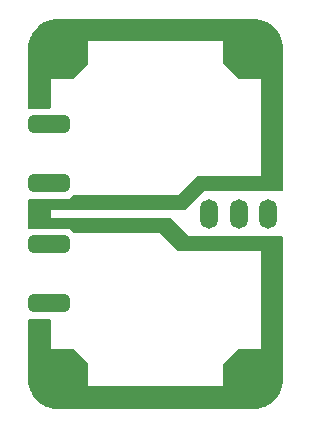
<source format=gbr>
%TF.GenerationSoftware,KiCad,Pcbnew,7.0.6*%
%TF.CreationDate,2023-10-21T15:53:08+08:00*%
%TF.ProjectId,AudioPlug2SMA_M1V1,41756469-6f50-46c7-9567-32534d415f4d,rev?*%
%TF.SameCoordinates,Original*%
%TF.FileFunction,Soldermask,Bot*%
%TF.FilePolarity,Negative*%
%FSLAX46Y46*%
G04 Gerber Fmt 4.6, Leading zero omitted, Abs format (unit mm)*
G04 Created by KiCad (PCBNEW 7.0.6) date 2023-10-21 15:53:08*
%MOMM*%
%LPD*%
G01*
G04 APERTURE LIST*
G04 Aperture macros list*
%AMRoundRect*
0 Rectangle with rounded corners*
0 $1 Rounding radius*
0 $2 $3 $4 $5 $6 $7 $8 $9 X,Y pos of 4 corners*
0 Add a 4 corners polygon primitive as box body*
4,1,4,$2,$3,$4,$5,$6,$7,$8,$9,$2,$3,0*
0 Add four circle primitives for the rounded corners*
1,1,$1+$1,$2,$3*
1,1,$1+$1,$4,$5*
1,1,$1+$1,$6,$7*
1,1,$1+$1,$8,$9*
0 Add four rect primitives between the rounded corners*
20,1,$1+$1,$2,$3,$4,$5,0*
20,1,$1+$1,$4,$5,$6,$7,0*
20,1,$1+$1,$6,$7,$8,$9,0*
20,1,$1+$1,$8,$9,$2,$3,0*%
G04 Aperture macros list end*
%ADD10C,4.400000*%
%ADD11O,1.500000X2.500000*%
%ADD12RoundRect,0.375000X-1.375000X-0.375000X1.375000X-0.375000X1.375000X0.375000X-1.375000X0.375000X0*%
G04 APERTURE END LIST*
D10*
%TO.C,REF\u002A\u002A*%
X83820000Y-87630000D03*
%TD*%
%TO.C,REF\u002A\u002A*%
X100330000Y-87630000D03*
%TD*%
%TO.C,REF\u002A\u002A*%
X100330000Y-115570000D03*
%TD*%
D11*
%TO.C,J3*%
X99100000Y-101600000D03*
X101600000Y-101600000D03*
X96600000Y-101600000D03*
%TD*%
D12*
%TO.C,J2*%
X83030000Y-104180000D03*
X83030000Y-109180000D03*
%TD*%
D10*
%TO.C,REF\u002A\u002A*%
X83820000Y-115570000D03*
%TD*%
D12*
%TO.C,J1*%
X83030000Y-94020000D03*
X83030000Y-99020000D03*
%TD*%
G36*
X93360677Y-101937185D02*
G01*
X93381319Y-101953819D01*
X94932500Y-103505000D01*
X102746000Y-103505000D01*
X102813039Y-103524685D01*
X102858794Y-103577489D01*
X102870000Y-103629000D01*
X102870000Y-104901000D01*
X102850315Y-104968039D01*
X102797511Y-105013794D01*
X102746000Y-105025000D01*
X101089000Y-105025000D01*
X101021961Y-105005315D01*
X100976206Y-104952511D01*
X100965000Y-104901000D01*
X100965000Y-104775000D01*
X94031362Y-104775000D01*
X93964323Y-104755315D01*
X93943681Y-104738681D01*
X92392500Y-103187500D01*
X85141362Y-103187500D01*
X85074323Y-103167815D01*
X85053681Y-103151181D01*
X84876319Y-102973819D01*
X84842834Y-102912496D01*
X84840000Y-102886138D01*
X84840000Y-102041500D01*
X84859685Y-101974461D01*
X84912489Y-101928706D01*
X84964000Y-101917500D01*
X93293638Y-101917500D01*
X93360677Y-101937185D01*
G37*
G36*
X98618039Y-98444685D02*
G01*
X98663794Y-98497489D01*
X98675000Y-98549000D01*
X98675000Y-99571000D01*
X98655315Y-99638039D01*
X98602511Y-99683794D01*
X98551000Y-99695000D01*
X96202499Y-99695000D01*
X94651319Y-101246181D01*
X94589996Y-101279666D01*
X94563638Y-101282500D01*
X84964000Y-101282500D01*
X84896961Y-101262815D01*
X84851206Y-101210011D01*
X84840000Y-101158500D01*
X84840000Y-100313862D01*
X84859685Y-100246823D01*
X84876319Y-100226181D01*
X85053681Y-100048819D01*
X85115004Y-100015334D01*
X85141362Y-100012500D01*
X93980000Y-100012500D01*
X93980000Y-100012499D01*
X95531181Y-98461319D01*
X95592504Y-98427834D01*
X95618862Y-98425000D01*
X98551000Y-98425000D01*
X98618039Y-98444685D01*
G37*
G36*
X100331866Y-85090113D02*
G01*
X100632416Y-85108292D01*
X100639855Y-85109196D01*
X100934174Y-85163133D01*
X100941450Y-85164926D01*
X101227106Y-85253939D01*
X101234113Y-85256597D01*
X101506974Y-85379402D01*
X101513609Y-85382885D01*
X101769671Y-85537678D01*
X101775839Y-85541935D01*
X102011380Y-85726470D01*
X102016989Y-85731439D01*
X102228560Y-85943010D01*
X102233529Y-85948619D01*
X102418064Y-86184160D01*
X102422321Y-86190328D01*
X102577114Y-86446390D01*
X102580597Y-86453025D01*
X102703402Y-86725886D01*
X102706060Y-86732893D01*
X102795073Y-87018549D01*
X102796866Y-87025825D01*
X102850803Y-87320144D01*
X102851707Y-87327583D01*
X102869887Y-87628132D01*
X102870000Y-87631876D01*
X102870000Y-99571000D01*
X102850315Y-99638039D01*
X102797511Y-99683794D01*
X102746000Y-99695000D01*
X98299000Y-99695000D01*
X98231961Y-99675315D01*
X98186206Y-99622511D01*
X98175000Y-99571000D01*
X98175000Y-98549000D01*
X98194685Y-98481961D01*
X98247489Y-98436206D01*
X98299000Y-98425000D01*
X100965000Y-98425000D01*
X100965000Y-90170000D01*
X99111362Y-90170000D01*
X99044323Y-90150315D01*
X99023681Y-90133681D01*
X97826319Y-88936319D01*
X97792834Y-88874996D01*
X97790000Y-88848638D01*
X97790000Y-86995000D01*
X86360000Y-86995000D01*
X86360000Y-88848638D01*
X86340315Y-88915677D01*
X86323681Y-88936319D01*
X85126319Y-90133681D01*
X85064996Y-90167166D01*
X85038638Y-90170000D01*
X83185000Y-90170000D01*
X83185000Y-92586000D01*
X83165315Y-92653039D01*
X83112511Y-92698794D01*
X83061000Y-92710000D01*
X81404000Y-92710000D01*
X81336961Y-92690315D01*
X81291206Y-92637511D01*
X81280000Y-92586000D01*
X81280000Y-87631877D01*
X81280113Y-87628133D01*
X81298292Y-87327583D01*
X81299196Y-87320144D01*
X81353133Y-87025825D01*
X81354926Y-87018549D01*
X81443939Y-86732893D01*
X81446597Y-86725886D01*
X81569402Y-86453025D01*
X81572885Y-86446390D01*
X81727678Y-86190328D01*
X81731935Y-86184160D01*
X81916470Y-85948619D01*
X81921439Y-85943010D01*
X82133010Y-85731439D01*
X82138619Y-85726470D01*
X82374160Y-85541935D01*
X82380328Y-85537678D01*
X82636390Y-85382885D01*
X82643025Y-85379402D01*
X82915886Y-85256597D01*
X82922893Y-85253939D01*
X83208549Y-85164926D01*
X83215825Y-85163133D01*
X83510144Y-85109196D01*
X83517583Y-85108292D01*
X83818134Y-85090113D01*
X83821878Y-85090000D01*
X100328122Y-85090000D01*
X100331866Y-85090113D01*
G37*
G36*
X85283039Y-100032185D02*
G01*
X85328794Y-100084989D01*
X85340000Y-100136500D01*
X85340000Y-101158500D01*
X85320315Y-101225539D01*
X85267511Y-101271294D01*
X85216000Y-101282500D01*
X83185000Y-101282500D01*
X83185000Y-101917500D01*
X85216000Y-101917500D01*
X85283039Y-101937185D01*
X85328794Y-101989989D01*
X85340000Y-102041500D01*
X85340000Y-103063500D01*
X85320315Y-103130539D01*
X85267511Y-103176294D01*
X85216000Y-103187500D01*
X85141362Y-103187500D01*
X85074323Y-103167815D01*
X85053681Y-103151181D01*
X84772500Y-102870000D01*
X81404000Y-102870000D01*
X81336961Y-102850315D01*
X81291206Y-102797511D01*
X81280000Y-102746000D01*
X81280000Y-100454000D01*
X81299685Y-100386961D01*
X81352489Y-100341206D01*
X81404000Y-100330000D01*
X84772500Y-100330000D01*
X84772500Y-100329999D01*
X85053681Y-100048819D01*
X85115004Y-100015334D01*
X85141362Y-100012500D01*
X85216000Y-100012500D01*
X85283039Y-100032185D01*
G37*
G36*
X102813039Y-103524685D02*
G01*
X102858794Y-103577489D01*
X102870000Y-103629000D01*
X102870000Y-115568122D01*
X102869887Y-115571866D01*
X102851707Y-115872416D01*
X102850803Y-115879855D01*
X102796866Y-116174174D01*
X102795073Y-116181450D01*
X102706060Y-116467106D01*
X102703402Y-116474113D01*
X102580597Y-116746974D01*
X102577114Y-116753609D01*
X102422321Y-117009671D01*
X102418064Y-117015839D01*
X102233529Y-117251380D01*
X102228560Y-117256989D01*
X102016989Y-117468560D01*
X102011380Y-117473529D01*
X101775839Y-117658064D01*
X101769671Y-117662321D01*
X101513609Y-117817114D01*
X101506974Y-117820597D01*
X101234113Y-117943402D01*
X101227106Y-117946060D01*
X100941450Y-118035073D01*
X100934174Y-118036866D01*
X100639855Y-118090803D01*
X100632416Y-118091707D01*
X100331866Y-118109887D01*
X100328122Y-118110000D01*
X83821878Y-118110000D01*
X83818134Y-118109887D01*
X83517583Y-118091707D01*
X83510144Y-118090803D01*
X83215825Y-118036866D01*
X83208549Y-118035073D01*
X82922893Y-117946060D01*
X82915886Y-117943402D01*
X82643025Y-117820597D01*
X82636390Y-117817114D01*
X82380328Y-117662321D01*
X82374160Y-117658064D01*
X82138619Y-117473529D01*
X82133010Y-117468560D01*
X81921439Y-117256989D01*
X81916470Y-117251380D01*
X81731935Y-117015839D01*
X81727678Y-117009671D01*
X81572885Y-116753609D01*
X81569402Y-116746974D01*
X81446597Y-116474113D01*
X81443939Y-116467106D01*
X81354926Y-116181450D01*
X81353133Y-116174174D01*
X81299196Y-115879855D01*
X81298292Y-115872416D01*
X81280113Y-115571866D01*
X81280000Y-115568122D01*
X81280000Y-110614000D01*
X81299685Y-110546961D01*
X81352489Y-110501206D01*
X81404000Y-110490000D01*
X83061000Y-110490000D01*
X83128039Y-110509685D01*
X83173794Y-110562489D01*
X83185000Y-110614000D01*
X83185000Y-113030000D01*
X85038638Y-113030000D01*
X85105677Y-113049685D01*
X85126319Y-113066319D01*
X86323681Y-114263681D01*
X86357166Y-114325004D01*
X86360000Y-114351362D01*
X86360000Y-116205000D01*
X97790000Y-116205000D01*
X97790000Y-114351362D01*
X97809685Y-114284323D01*
X97826319Y-114263681D01*
X99023681Y-113066319D01*
X99085004Y-113032834D01*
X99111362Y-113030000D01*
X100965000Y-113030000D01*
X100965000Y-104775000D01*
X100839000Y-104775000D01*
X100771961Y-104755315D01*
X100726206Y-104702511D01*
X100715000Y-104651000D01*
X100715000Y-103629000D01*
X100734685Y-103561961D01*
X100787489Y-103516206D01*
X100839000Y-103505000D01*
X102746000Y-103505000D01*
X102813039Y-103524685D01*
G37*
M02*

</source>
